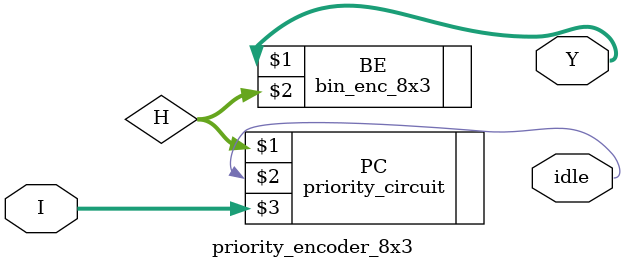
<source format=v>
module priority_encoder_8x3(Y,idle,I);
    input [7:0]I;
    output [2:0]Y;
	output idle;
    wire [7:0]H;

    priority_circuit PC(H,idle,I);
    bin_enc_8x3 BE(Y,H);
    

endmodule
</source>
